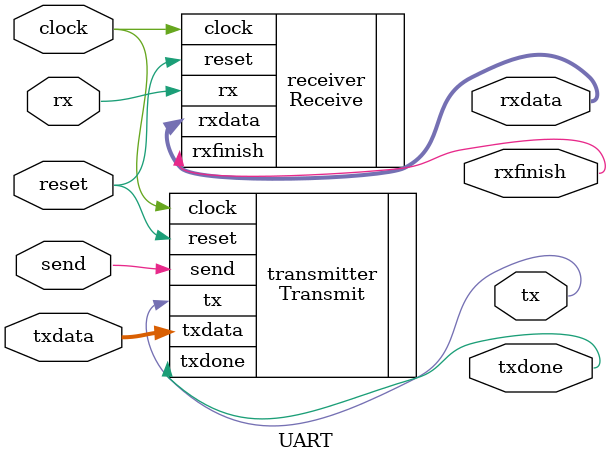
<source format=v>
module UART #(parameter clkperbit = 10)
(rx, send, clock, reset, tx, txdata, rxdata, rxfinish, txdone);
	input rx , clock, reset, send;
	input[7:0] txdata; 
	output tx, rxfinish, txdone; 
	output[7:0] rxdata; 
	
	Receive #(clkperbit) receiver  
		(.rxdata(rxdata),
		 .rxfinish(rxfinish),
		 .rx(rx), 
		 .clock(clock),
		 .reset(reset)
		);

	Transmit #(clkperbit) transmitter
		(.txdata(txdata),
		 .txdone(txdone),
		 .send(send),
		 .tx(tx),
		 .reset(reset),
		 .clock(clock)
		);

endmodule


</source>
